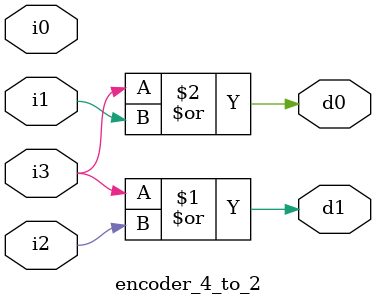
<source format=v>
`timescale 1ns / 1ps


module encoder_4_to_2(output d1,d0,input i3,i2,i1,i0);
or O1(d1,i3,i2);
or O2(d0,i3,i1);
endmodule

</source>
